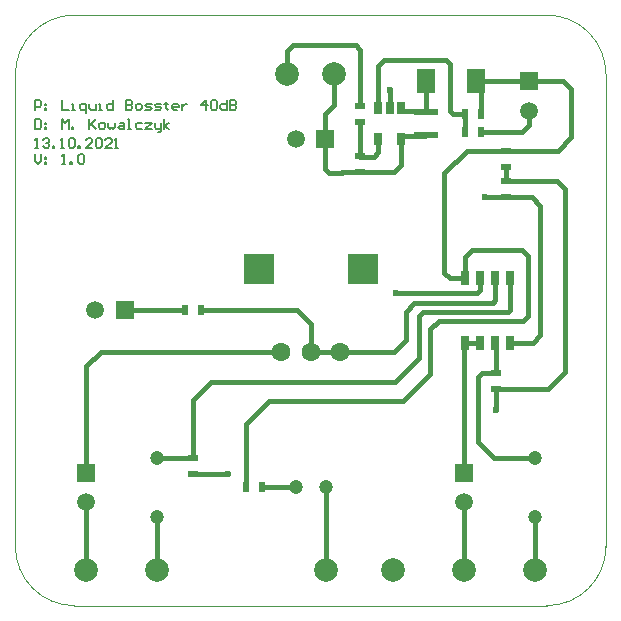
<source format=gtl>
G04*
G04 #@! TF.GenerationSoftware,Altium Limited,Altium Designer,20.2.7 (254)*
G04*
G04 Layer_Physical_Order=1*
G04 Layer_Color=255*
%FSAX44Y44*%
%MOMM*%
G71*
G04*
G04 #@! TF.SameCoordinates,51ACB8CF-5D8B-4831-AD9A-68E97BBA3DB7*
G04*
G04*
G04 #@! TF.FilePolarity,Positive*
G04*
G01*
G75*
%ADD14C,0.1000*%
%ADD15R,0.9000X0.6000*%
%ADD16R,0.6000X0.9000*%
%ADD17R,2.0000X0.6000*%
%ADD18R,0.7000X1.0000*%
%ADD19R,0.8000X1.2000*%
%ADD20R,1.5000X2.1000*%
%ADD21C,0.1520*%
%ADD36C,0.4000*%
%ADD37C,1.5000*%
%ADD38R,1.5000X1.5000*%
%ADD39C,1.2000*%
%ADD40C,2.0000*%
%ADD41R,1.5000X1.5000*%
%ADD42C,1.6000*%
%ADD43R,2.6000X2.6000*%
%ADD44C,0.6000*%
D14*
X01125000Y00925000D02*
G03*
X01175000Y00875000I00050000J00000000D01*
G01*
X01625000Y01325000D02*
G03*
X01575000Y01375000I-00050000J00000000D01*
G01*
Y00875000D02*
G03*
X01625000Y00925000I00000000J00050000D01*
G01*
X01175000Y01375000D02*
G03*
X01125000Y01325000I00000000J-00050000D01*
G01*
X01125000Y00925000D02*
X01125000Y01325000D01*
X01625000Y00925000D02*
Y01325000D01*
X01175000Y00875000D02*
X01575000Y00875000D01*
X01175000Y01375000D02*
X01575000D01*
D15*
X01531500Y01071750D02*
D03*
Y01058250D02*
D03*
X01416750Y01255250D02*
D03*
Y01241750D02*
D03*
X01275000Y01000250D02*
D03*
Y00986750D02*
D03*
X01540000Y01246750D02*
D03*
Y01260250D02*
D03*
X01416750Y01298250D02*
D03*
Y01284750D02*
D03*
X01540000Y01221250D02*
D03*
Y01234750D02*
D03*
D16*
X01519500Y01276250D02*
D03*
X01506000D02*
D03*
Y01291250D02*
D03*
X01519500D02*
D03*
X01268250Y01125000D02*
D03*
X01281750D02*
D03*
X01334000Y00975000D02*
D03*
X01320500D02*
D03*
D17*
X01472250Y01292750D02*
D03*
Y01273750D02*
D03*
D18*
X01432250Y01270250D02*
D03*
X01451250D02*
D03*
X01432250Y01296250D02*
D03*
X01451250D02*
D03*
X01441750D02*
D03*
D19*
X01544050Y01152500D02*
D03*
Y01097500D02*
D03*
X01531350Y01152500D02*
D03*
Y01097500D02*
D03*
X01518650Y01152500D02*
D03*
X01505950D02*
D03*
Y01097500D02*
D03*
X01518650D02*
D03*
D20*
X01515050Y01318750D02*
D03*
X01472250D02*
D03*
D21*
X01141520Y01294641D02*
Y01302768D01*
X01145584D01*
X01146938Y01301414D01*
Y01298705D01*
X01145584Y01297350D01*
X01141520D01*
X01149647Y01300059D02*
X01151002D01*
Y01298705D01*
X01149647D01*
Y01300059D01*
Y01295995D02*
X01151002D01*
Y01294641D01*
X01149647D01*
Y01295995D01*
X01164548Y01302768D02*
Y01294641D01*
X01169966D01*
X01172675D02*
X01175384D01*
X01174029D01*
Y01300059D01*
X01172675D01*
X01184866Y01291932D02*
Y01300059D01*
X01180802D01*
X01179448Y01298705D01*
Y01295995D01*
X01180802Y01294641D01*
X01184866D01*
X01187575Y01300059D02*
Y01295995D01*
X01188930Y01294641D01*
X01192993D01*
Y01300059D01*
X01195703Y01294641D02*
X01198412D01*
X01197057D01*
Y01300059D01*
X01195703D01*
X01207894Y01302768D02*
Y01294641D01*
X01203830D01*
X01202475Y01295995D01*
Y01298705D01*
X01203830Y01300059D01*
X01207894D01*
X01218730Y01302768D02*
Y01294641D01*
X01222794D01*
X01224148Y01295995D01*
Y01297350D01*
X01222794Y01298705D01*
X01218730D01*
X01222794D01*
X01224148Y01300059D01*
Y01301414D01*
X01222794Y01302768D01*
X01218730D01*
X01228212Y01294641D02*
X01230921D01*
X01232276Y01295995D01*
Y01298705D01*
X01230921Y01300059D01*
X01228212D01*
X01226858Y01298705D01*
Y01295995D01*
X01228212Y01294641D01*
X01234985D02*
X01239049D01*
X01240403Y01295995D01*
X01239049Y01297350D01*
X01236339D01*
X01234985Y01298705D01*
X01236339Y01300059D01*
X01240403D01*
X01243112Y01294641D02*
X01247176D01*
X01248531Y01295995D01*
X01247176Y01297350D01*
X01244467D01*
X01243112Y01298705D01*
X01244467Y01300059D01*
X01248531D01*
X01252594Y01301414D02*
Y01300059D01*
X01251240D01*
X01253949D01*
X01252594D01*
Y01295995D01*
X01253949Y01294641D01*
X01262076D02*
X01259367D01*
X01258012Y01295995D01*
Y01298705D01*
X01259367Y01300059D01*
X01262076D01*
X01263431Y01298705D01*
Y01297350D01*
X01258012D01*
X01266140Y01300059D02*
Y01294641D01*
Y01297350D01*
X01267495Y01298705D01*
X01268849Y01300059D01*
X01270204D01*
X01286458Y01294641D02*
Y01302768D01*
X01282395Y01298705D01*
X01287813D01*
X01290522Y01301414D02*
X01291877Y01302768D01*
X01294586D01*
X01295940Y01301414D01*
Y01295995D01*
X01294586Y01294641D01*
X01291877D01*
X01290522Y01295995D01*
Y01301414D01*
X01304068Y01302768D02*
Y01294641D01*
X01300004D01*
X01298649Y01295995D01*
Y01298705D01*
X01300004Y01300059D01*
X01304068D01*
X01306777Y01302768D02*
Y01294641D01*
X01310841D01*
X01312195Y01295995D01*
Y01297350D01*
X01310841Y01298705D01*
X01306777D01*
X01310841D01*
X01312195Y01300059D01*
Y01301414D01*
X01310841Y01302768D01*
X01306777D01*
X01141520Y01286658D02*
Y01278531D01*
X01145584D01*
X01146938Y01279885D01*
Y01285304D01*
X01145584Y01286658D01*
X01141520D01*
X01149647Y01283949D02*
X01151002D01*
Y01282594D01*
X01149647D01*
Y01283949D01*
Y01279885D02*
X01151002D01*
Y01278531D01*
X01149647D01*
Y01279885D01*
X01164548Y01278531D02*
Y01286658D01*
X01167257Y01283949D01*
X01169966Y01286658D01*
Y01278531D01*
X01172675D02*
Y01279885D01*
X01174029D01*
Y01278531D01*
X01172675D01*
X01187575Y01286658D02*
Y01278531D01*
Y01281240D01*
X01192993Y01286658D01*
X01188930Y01282594D01*
X01192993Y01278531D01*
X01197057D02*
X01199766D01*
X01201121Y01279885D01*
Y01282594D01*
X01199766Y01283949D01*
X01197057D01*
X01195703Y01282594D01*
Y01279885D01*
X01197057Y01278531D01*
X01203830Y01283949D02*
Y01279885D01*
X01205184Y01278531D01*
X01206539Y01279885D01*
X01207894Y01278531D01*
X01209248Y01279885D01*
Y01283949D01*
X01213312D02*
X01216021D01*
X01217376Y01282594D01*
Y01278531D01*
X01213312D01*
X01211957Y01279885D01*
X01213312Y01281240D01*
X01217376D01*
X01220085Y01278531D02*
X01222794D01*
X01221439D01*
Y01286658D01*
X01220085D01*
X01232276Y01283949D02*
X01228212D01*
X01226858Y01282594D01*
Y01279885D01*
X01228212Y01278531D01*
X01232276D01*
X01234985Y01283949D02*
X01240403D01*
X01234985Y01278531D01*
X01240403D01*
X01243112Y01283949D02*
Y01279885D01*
X01244467Y01278531D01*
X01248531D01*
Y01277176D01*
X01247176Y01275822D01*
X01245822D01*
X01248531Y01278531D02*
Y01283949D01*
X01251240Y01278531D02*
Y01286658D01*
Y01281240D02*
X01255303Y01283949D01*
X01251240Y01281240D02*
X01255303Y01278531D01*
X01141520Y01262421D02*
X01144229D01*
X01142875D01*
Y01270548D01*
X01141520Y01269194D01*
X01148293D02*
X01149647Y01270548D01*
X01152356D01*
X01153711Y01269194D01*
Y01267839D01*
X01152356Y01266485D01*
X01151002D01*
X01152356D01*
X01153711Y01265130D01*
Y01263775D01*
X01152356Y01262421D01*
X01149647D01*
X01148293Y01263775D01*
X01156420Y01262421D02*
Y01263775D01*
X01157775D01*
Y01262421D01*
X01156420D01*
X01163193D02*
X01165902D01*
X01164548D01*
Y01270548D01*
X01163193Y01269194D01*
X01169966D02*
X01171320Y01270548D01*
X01174029D01*
X01175384Y01269194D01*
Y01263775D01*
X01174029Y01262421D01*
X01171320D01*
X01169966Y01263775D01*
Y01269194D01*
X01178093Y01262421D02*
Y01263775D01*
X01179448D01*
Y01262421D01*
X01178093D01*
X01190284D02*
X01184866D01*
X01190284Y01267839D01*
Y01269194D01*
X01188930Y01270548D01*
X01186221D01*
X01184866Y01269194D01*
X01192993D02*
X01194348Y01270548D01*
X01197057D01*
X01198412Y01269194D01*
Y01263775D01*
X01197057Y01262421D01*
X01194348D01*
X01192993Y01263775D01*
Y01269194D01*
X01206539Y01262421D02*
X01201121D01*
X01206539Y01267839D01*
Y01269194D01*
X01205184Y01270548D01*
X01202475D01*
X01201121Y01269194D01*
X01209248Y01262421D02*
X01211957D01*
X01210603D01*
Y01270548D01*
X01209248Y01269194D01*
X01141520Y01257147D02*
Y01251729D01*
X01144229Y01249020D01*
X01146938Y01251729D01*
Y01257147D01*
X01149647Y01254438D02*
X01151002D01*
Y01253084D01*
X01149647D01*
Y01254438D01*
Y01250375D02*
X01151002D01*
Y01249020D01*
X01149647D01*
Y01250375D01*
X01164548Y01249020D02*
X01167257D01*
X01165902D01*
Y01257147D01*
X01164548Y01255793D01*
X01171320Y01249020D02*
Y01250375D01*
X01172675D01*
Y01249020D01*
X01171320D01*
X01178093Y01255793D02*
X01179448Y01257147D01*
X01182157D01*
X01183512Y01255793D01*
Y01250375D01*
X01182157Y01249020D01*
X01179448D01*
X01178093Y01250375D01*
Y01255793D01*
D36*
X01522750Y01221250D02*
X01540000D01*
X01522750Y01221250D02*
X01522750Y01221250D01*
X01559750Y01281750D02*
Y01294000D01*
X01554250Y01276250D02*
X01559750Y01281750D01*
X01519500Y01276250D02*
X01554250D01*
X01562000Y01221250D02*
X01569500Y01213750D01*
X01540000Y01221250D02*
X01562000D01*
X01569500Y01103750D02*
Y01213750D01*
X01544050Y01097500D02*
X01563250D01*
X01569500Y01103750D01*
X01441750Y01296250D02*
Y01311250D01*
X01355000Y01344500D02*
X01360000Y01349500D01*
X01355000Y01325000D02*
Y01344500D01*
X01360000Y01349500D02*
X01413000D01*
X01416750Y01345750D01*
Y01298250D02*
Y01345750D01*
X01455500Y01124000D02*
X01462750Y01131250D01*
X01531350Y01133593D02*
Y01152500D01*
X01529007Y01131250D02*
X01531350Y01133593D01*
X01462750Y01131250D02*
X01529007D01*
X01467000Y01120250D02*
X01470000Y01123250D01*
X01544050Y01125593D02*
Y01152500D01*
X01541707Y01123250D02*
X01544050Y01125593D01*
X01470000Y01123250D02*
X01541707D01*
X01455500Y01100250D02*
Y01124000D01*
X01400000Y01090000D02*
X01445250D01*
X01455500Y01100250D01*
X01375000Y01090000D02*
X01400000D01*
X01290250Y01064000D02*
X01446250D01*
X01275000Y01048750D02*
X01290250Y01064000D01*
X01446250D02*
X01467000Y01084750D01*
Y01120250D01*
X01453250Y01048000D02*
X01476250Y01071000D01*
Y01109000D01*
X01339500Y01048000D02*
X01453250D01*
X01320500Y01029000D02*
X01339500Y01048000D01*
X01320500Y00975000D02*
Y01029000D01*
X01476250Y01109000D02*
X01483250Y01116000D01*
X01554500D01*
X01275000Y00986750D02*
X01305000D01*
X01305000Y00986750D01*
X01185000Y00987500D02*
Y01077750D01*
X01197250Y01090000D02*
X01350000D01*
X01185000Y01077750D02*
X01197250Y01090000D01*
X01447250Y01139500D02*
X01515720D01*
X01518650Y01142430D01*
Y01152500D01*
X01590500Y01072762D02*
Y01227500D01*
X01583250Y01234750D02*
X01590500Y01227500D01*
X01531500Y01041000D02*
Y01058250D01*
X01540000Y01234750D02*
X01583250D01*
X01531500Y01058250D02*
X01575988D01*
X01590500Y01072762D01*
X01540000Y01234750D02*
Y01246750D01*
X01584000Y01260250D02*
X01595500Y01271750D01*
X01540000Y01260250D02*
X01584000D01*
X01507000D02*
X01540000D01*
X01488250Y01241500D02*
X01507000Y01260250D01*
X01488250Y01157000D02*
Y01241500D01*
Y01157000D02*
X01492750Y01152500D01*
X01505950D01*
X01432250Y01296250D02*
Y01331750D01*
X01437500Y01337000D02*
X01489250D01*
X01432250Y01331750D02*
X01437500Y01337000D01*
X01492750Y01294000D02*
Y01333500D01*
X01489250Y01337000D02*
X01492750Y01333500D01*
Y01294000D02*
X01495500Y01291250D01*
X01506000D01*
X01559000Y01120500D02*
Y01170750D01*
X01554500Y01116000D02*
X01559000Y01120500D01*
X01505950Y01170200D02*
X01511500Y01175750D01*
X01505950Y01152500D02*
Y01170200D01*
X01554000Y01175750D02*
X01559000Y01170750D01*
X01511500Y01175750D02*
X01554000D01*
X01275000Y01000250D02*
Y01048750D01*
X01505000Y01096550D02*
X01505950Y01097500D01*
X01505000Y00987500D02*
Y01096550D01*
X01281750Y01125000D02*
X01363250D01*
X01375000Y01113250D01*
Y01090000D02*
Y01113250D01*
X01520000Y01071750D02*
X01531500D01*
X01516500Y01068250D02*
X01520000Y01071750D01*
X01516500Y01013500D02*
Y01068250D01*
X01530000Y01000000D02*
X01565000D01*
X01516500Y01013500D02*
X01530000Y01000000D01*
X01559750Y01319000D02*
X01560000Y01319250D01*
X01588250D02*
X01595500Y01312000D01*
X01560000Y01319250D02*
X01588250D01*
X01595500Y01271750D02*
Y01312000D01*
X01531350Y01097500D02*
X01531500Y01097350D01*
Y01071750D02*
Y01097350D01*
X01505950Y01097500D02*
X01518650D01*
X01505000Y00905000D02*
Y00962500D01*
X01565000Y00905000D02*
Y00950000D01*
X01387700Y00905000D02*
Y00975000D01*
X01245000Y01000000D02*
X01274750D01*
X01275000Y01000250D01*
X01245000Y00905000D02*
Y00950000D01*
X01334000Y00975000D02*
X01362300D01*
X01217500Y01125000D02*
X01268250D01*
X01185000Y00905000D02*
Y00962500D01*
X01515050Y01318750D02*
X01559500D01*
X01559750Y01319000D01*
X01452750Y01273000D02*
X01471500D01*
X01472250Y01273750D01*
X01451250Y01271500D02*
X01452750Y01273000D01*
X01451250Y01247750D02*
Y01271500D01*
X01471250Y01293750D02*
X01472250Y01292750D01*
X01452750Y01293750D02*
X01471250D01*
X01451250Y01295250D02*
X01452750Y01293750D01*
X01451250Y01295250D02*
Y01296250D01*
X01506000Y01276250D02*
Y01291250D01*
X01515050Y01318750D02*
X01519500Y01314300D01*
Y01291250D02*
Y01314300D01*
X01417000Y01255000D02*
X01428500D01*
X01432250Y01258750D02*
Y01270250D01*
X01428500Y01255000D02*
X01432250Y01258750D01*
X01416750Y01255250D02*
X01417000Y01255000D01*
X01416750Y01255750D02*
Y01284750D01*
Y01255250D02*
Y01255750D01*
X01387500Y01270000D02*
Y01291500D01*
Y01244250D02*
Y01270000D01*
X01401666Y01241750D02*
X01416750D01*
X01445250D02*
X01451250Y01247750D01*
X01416750Y01241750D02*
X01445250D01*
X01472250Y01292750D02*
Y01318750D01*
Y01292750D02*
X01472250Y01292750D01*
X01387500Y01244250D02*
X01390224Y01241526D01*
X01401443D02*
X01401666Y01241750D01*
X01390224Y01241526D02*
X01401443D01*
X01395000Y01299000D02*
Y01325000D01*
X01387500Y01291500D02*
X01395000Y01299000D01*
D37*
X01362500Y01270000D02*
D03*
X01505000Y00962500D02*
D03*
X01185000D02*
D03*
X01192500Y01125000D02*
D03*
X01559750Y01294000D02*
D03*
D38*
X01387500Y01270000D02*
D03*
X01217500Y01125000D02*
D03*
D39*
X01362300Y00975000D02*
D03*
X01387700D02*
D03*
X01565000Y01000000D02*
D03*
Y00950000D02*
D03*
X01245000Y01000000D02*
D03*
Y00950000D02*
D03*
D40*
X01565000Y00905000D02*
D03*
X01505000D02*
D03*
X01245000D02*
D03*
X01185000D02*
D03*
X01387700D02*
D03*
X01395000Y01325000D02*
D03*
X01355000D02*
D03*
X01445000Y00905000D02*
D03*
D41*
X01505000Y00987500D02*
D03*
X01185000D02*
D03*
X01559750Y01319000D02*
D03*
D42*
X01350000Y01090000D02*
D03*
X01400000D02*
D03*
X01375000D02*
D03*
D43*
X01419000Y01160000D02*
D03*
X01331000D02*
D03*
D44*
X01522750Y01221250D02*
D03*
X01441750Y01311250D02*
D03*
X01531500Y01041000D02*
D03*
X01305000Y00986750D02*
D03*
X01447250Y01139500D02*
D03*
M02*

</source>
